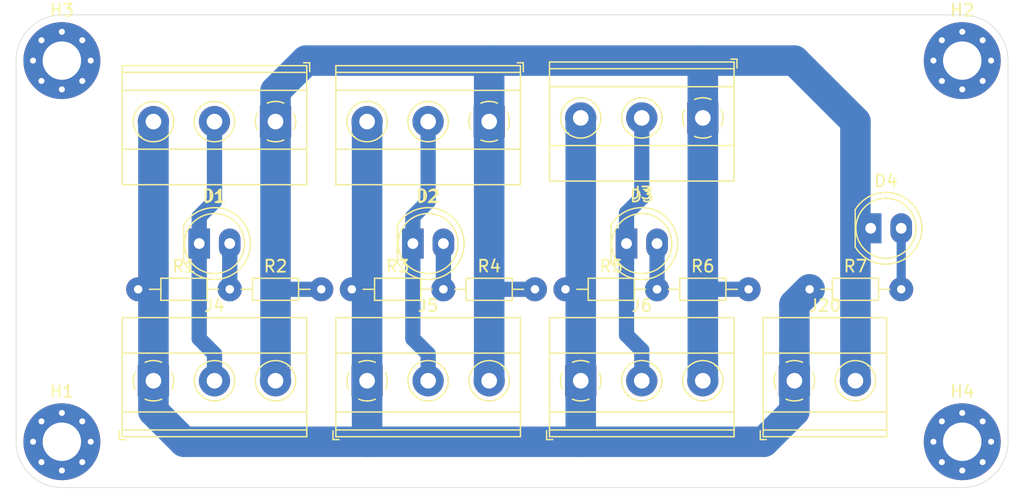
<source format=kicad_pcb>
(kicad_pcb (version 20240108) (generator "pcbnew") (generator_version "8.0")
  (layers (0 "F.Cu" signal) (31 "B.Cu" signal) (34 "B.Paste" user) (35 "F.Paste" user) (36 "B.SilkS" user "B.Silkscreen") (37 "F.SilkS" user "F.Silkscreen") (38 "B.Mask" user) (39 "F.Mask" user) (44 "Edge.Cuts" user))
  (net 0 "")
  (net 1 "Net-(J1-Pin_3)")
  (net 2 "Net-(D1-A)")
  (net 3 "Net-(D1-K)")
  (net 4 "Net-(D2-A)")
  (net 5 "Net-(D2-K)")
  (net 6 "Net-(D3-K)")
  (net 7 "Net-(D3-A)")
  (net 8 "Net-(D4-K)")
  (net 9 "Net-(D4-A)")
  (footprint "Resistor_THT:R_Axial_DIN0204_L3.6mm_D1.6mm_P7.62mm_Horizontal" (layer "F.Cu") (at 45.72 -16.51)
    (property "Reference" "R5" (at 3.81 -1.92 0) (layer "F.SilkS"))
    (property "Value" "R_Small")
    (fp_line (start 0.94 0) (end 1.89 0) (stroke (width 0.12)) (layer "F.SilkS"))
    (fp_line (start 1.89 -0.92) (end 1.89 0.92) (stroke (width 0.12)) (layer "F.SilkS"))
    (fp_line (start 1.89 0.92) (end 5.73 0.92) (stroke (width 0.12)) (layer "F.SilkS"))
    (fp_line (start 5.73 -0.92) (end 1.89 -0.92) (stroke (width 0.12)) (layer "F.SilkS"))
    (fp_line (start 5.73 0.92) (end 5.73 -0.92) (stroke (width 0.12)) (layer "F.SilkS"))
    (fp_line (start 6.68 0) (end 5.73 0) (stroke (width 0.12)) (layer "F.SilkS"))
    (pad "1" thru_hole circle (at 0 0) (size 2 2) (drill 0.7) (layers "*.Cu" "*.Mask") (net 1 "Net-(J1-Pin_3)"))
    (pad "2" thru_hole oval (at 7.62 0) (size 2 2) (drill 0.7) (layers "*.Cu" "*.Mask") (net 7 "Net-(D3-A)"))
  )
  (footprint "MountingHole:MountingHole_3.2mm_M3_Pad_Via" (layer "F.Cu") (at 78.74 -35.56)
    (property "Reference" "H2" (at 0 -4.2 0) (layer "F.SilkS"))
    (property "Value" "MountingHole")
    (pad "1" thru_hole circle (at -2.4 0) (size 0.8 0.8) (drill 0.5) (layers "*.Cu" "*.Mask"))
    (pad "1" thru_hole circle (at -1.697056 -1.697056) (size 0.8 0.8) (drill 0.5) (layers "*.Cu" "*.Mask"))
    (pad "1" thru_hole circle (at -1.697056 1.697056) (size 0.8 0.8) (drill 0.5) (layers "*.Cu" "*.Mask"))
    (pad "1" thru_hole circle (at 0 -2.4) (size 0.8 0.8) (drill 0.5) (layers "*.Cu" "*.Mask"))
    (pad "1" thru_hole circle (at 0 0) (size 6.4 6.4) (drill 3.2) (layers "*.Cu" "*.Mask"))
    (pad "1" thru_hole circle (at 0 2.4) (size 0.8 0.8) (drill 0.5) (layers "*.Cu" "*.Mask"))
    (pad "1" thru_hole circle (at 1.697056 -1.697056) (size 0.8 0.8) (drill 0.5) (layers "*.Cu" "*.Mask"))
    (pad "1" thru_hole circle (at 1.697056 1.697056) (size 0.8 0.8) (drill 0.5) (layers "*.Cu" "*.Mask"))
    (pad "1" thru_hole circle (at 2.4 0) (size 0.8 0.8) (drill 0.5) (layers "*.Cu" "*.Mask"))
  )
  (footprint "Resistor_THT:R_Axial_DIN0204_L3.6mm_D1.6mm_P7.62mm_Horizontal" (layer "F.Cu") (at 53.34 -16.51)
    (property "Reference" "R6" (at 3.81 -1.92 0) (layer "F.SilkS"))
    (property "Value" "R_Small")
    (fp_line (start 0.94 0) (end 1.89 0) (stroke (width 0.12)) (layer "F.SilkS"))
    (fp_line (start 1.89 -0.92) (end 1.89 0.92) (stroke (width 0.12)) (layer "F.SilkS"))
    (fp_line (start 1.89 0.92) (end 5.73 0.92) (stroke (width 0.12)) (layer "F.SilkS"))
    (fp_line (start 5.73 -0.92) (end 1.89 -0.92) (stroke (width 0.12)) (layer "F.SilkS"))
    (fp_line (start 5.73 0.92) (end 5.73 -0.92) (stroke (width 0.12)) (layer "F.SilkS"))
    (fp_line (start 6.68 0) (end 5.73 0) (stroke (width 0.12)) (layer "F.SilkS"))
    (pad "1" thru_hole circle (at 0 0) (size 2 2) (drill 0.7) (layers "*.Cu" "*.Mask") (net 7 "Net-(D3-A)"))
    (pad "2" thru_hole oval (at 7.62 0) (size 2 2) (drill 0.7) (layers "*.Cu" "*.Mask") (net 8 "Net-(D4-K)"))
  )
  (footprint "Resistor_THT:R_Axial_DIN0204_L3.6mm_D1.6mm_P7.62mm_Horizontal" (layer "F.Cu") (at 66.04 -16.51)
    (property "Reference" "R7" (at 3.81 -1.92 0) (layer "F.SilkS"))
    (property "Value" "R_Small")
    (fp_line (start 0.94 0) (end 1.89 0) (stroke (width 0.12)) (layer "F.SilkS"))
    (fp_line (start 1.89 -0.92) (end 1.89 0.92) (stroke (width 0.12)) (layer "F.SilkS"))
    (fp_line (start 1.89 0.92) (end 5.73 0.92) (stroke (width 0.12)) (layer "F.SilkS"))
    (fp_line (start 5.73 -0.92) (end 1.89 -0.92) (stroke (width 0.12)) (layer "F.SilkS"))
    (fp_line (start 5.73 0.92) (end 5.73 -0.92) (stroke (width 0.12)) (layer "F.SilkS"))
    (fp_line (start 6.68 0) (end 5.73 0) (stroke (width 0.12)) (layer "F.SilkS"))
    (pad "1" thru_hole circle (at 0 0) (size 2 2) (drill 0.7) (layers "*.Cu" "*.Mask") (net 1 "Net-(J1-Pin_3)"))
    (pad "2" thru_hole oval (at 7.62 0) (size 2 2) (drill 0.7) (layers "*.Cu" "*.Mask") (net 9 "Net-(D4-A)"))
  )
  (footprint "TerminalBlock_Phoenix:TerminalBlock_Phoenix_MKDS-1,5-3-5.08_1x03_P5.08mm_Horizontal" (layer "F.Cu") (at 21.59 -30.48 180)
    (property "Reference" "J1" (at 5.08 -6.26 0) (layer "F.SilkS"))
    (property "Value" "Screw_Terminal_01x03")
    (fp_line (start 12.76 -5.261) (end 12.76 4.66) (stroke (width 0.12)) (layer "F.SilkS"))
    (fp_line (start 11.435 -1.069) (end 11.388 -1.023) (stroke (width 0.12)) (layer "F.SilkS"))
    (fp_line (start 11.23 -1.275) (end 11.195 -1.239) (stroke (width 0.12)) (layer "F.SilkS"))
    (fp_line (start 9.126 1.239) (end 9.091 1.274) (stroke (width 0.12)) (layer "F.SilkS"))
    (fp_line (start 8.933 1.023) (end 8.886 1.069) (stroke (width 0.12)) (layer "F.SilkS"))
    (fp_line (start 6.355 -1.069) (end 6.308 -1.023) (stroke (width 0.12)) (layer "F.SilkS"))
    (fp_line (start 6.15 -1.275) (end 6.115 -1.239) (stroke (width 0.12)) (layer "F.SilkS"))
    (fp_line (start 4.046 1.239) (end 4.011 1.274) (stroke (width 0.12)) (layer "F.SilkS"))
    (fp_line (start 3.853 1.023) (end 3.806 1.069) (stroke (width 0.12)) (layer "F.SilkS"))
    (fp_line (start -2.6 4.66) (end 12.76 4.66) (stroke (width 0.12)) (layer "F.SilkS"))
    (fp_line (start -2.6 4.1) (end 12.76 4.1) (stroke (width 0.12)) (layer "F.SilkS"))
    (fp_line (start -2.6 2.6) (end 12.76 2.6) (stroke (width 0.12)) (layer "F.SilkS"))
    (fp_line (start -2.6 -2.301) (end 12.76 -2.301) (stroke (width 0.12)) (layer "F.SilkS"))
    (fp_line (start -2.6 -5.261) (end 12.76 -5.261) (stroke (width 0.12)) (layer "F.SilkS"))
    (fp_line (start -2.6 -5.261) (end -2.6 4.66) (stroke (width 0.12)) (layer "F.SilkS"))
    (fp_line (start -2.84 4.9) (end -2.34 4.9) (stroke (width 0.12)) (layer "F.SilkS"))
    (fp_line (start -2.84 4.16) (end -2.84 4.9) (stroke (width 0.12)) (layer "F.SilkS"))
    (fp_arc (start 1.535427 -0.683042) (mid 1.680501 0.000524) (end 1.535 0.684) (stroke (width 0.12)) (layer "F.SilkS"))
    (fp_arc (start 0.683318 1.534756) (mid 0.349292 1.643288) (end 0 1.68) (stroke (width 0.12)) (layer "F.SilkS"))
    (fp_arc (start 0.028805 1.680253) (mid -0.335551 1.646659) (end -0.684 1.535) (stroke (width 0.12)) (layer "F.SilkS"))
    (fp_arc (start -0.683042 -1.535427) (mid 0.000524 -1.680501) (end 0.684 -1.535) (stroke (width 0.12)) (layer "F.SilkS"))
    (fp_arc (start -1.535427 0.683042) (mid -1.680501 -0.000524) (end -1.535 -0.684) (stroke (width 0.12)) (layer "F.SilkS"))
    (fp_circle (center 10.16 0) (end 11.84 0) (stroke (width 0.12)) (fill none) (layer "F.SilkS"))
    (fp_circle (center 5.08 0) (end 6.76 0) (stroke (width 0.12)) (fill none) (layer "F.SilkS"))
    (pad "1" thru_hole rect (at 0 0 180) (size 2.6 2.6) (drill 1.3) (layers "*.Cu" "*.Mask") (net 8 "Net-(D4-K)"))
    (pad "2" thru_hole circle (at 5.08 0 180) (size 2.6 2.6) (drill 1.3) (layers "*.Cu" "*.Mask") (net 3 "Net-(D1-K)"))
    (pad "3" thru_hole circle (at 10.16 0 180) (size 2.6 2.6) (drill 1.3) (layers "*.Cu" "*.Mask") (net 1 "Net-(J1-Pin_3)"))
  )
  (footprint "Resistor_THT:R_Axial_DIN0204_L3.6mm_D1.6mm_P7.62mm_Horizontal" (layer "F.Cu") (at 10.16 -16.51)
    (property "Reference" "R1" (at 3.81 -1.92 0) (layer "F.SilkS"))
    (property "Value" "R_Small")
    (fp_line (start 0.94 0) (end 1.89 0) (stroke (width 0.12)) (layer "F.SilkS"))
    (fp_line (start 1.89 -0.92) (end 1.89 0.92) (stroke (width 0.12)) (layer "F.SilkS"))
    (fp_line (start 1.89 0.92) (end 5.73 0.92) (stroke (width 0.12)) (layer "F.SilkS"))
    (fp_line (start 5.73 -0.92) (end 1.89 -0.92) (stroke (width 0.12)) (layer "F.SilkS"))
    (fp_line (start 5.73 0.92) (end 5.73 -0.92) (stroke (width 0.12)) (layer "F.SilkS"))
    (fp_line (start 6.68 0) (end 5.73 0) (stroke (width 0.12)) (layer "F.SilkS"))
    (pad "1" thru_hole circle (at 0 0) (size 2 2) (drill 0.7) (layers "*.Cu" "*.Mask") (net 1 "Net-(J1-Pin_3)"))
    (pad "2" thru_hole oval (at 7.62 0) (size 2 2) (drill 0.7) (layers "*.Cu" "*.Mask") (net 2 "Net-(D1-A)"))
  )
  (footprint "Resistor_THT:R_Axial_DIN0204_L3.6mm_D1.6mm_P7.62mm_Horizontal" (layer "F.Cu") (at 35.56 -16.51)
    (property "Reference" "R4" (at 3.81 -1.92 0) (layer "F.SilkS"))
    (property "Value" "R_Small")
    (fp_line (start 0.94 0) (end 1.89 0) (stroke (width 0.12)) (layer "F.SilkS"))
    (fp_line (start 1.89 -0.92) (end 1.89 0.92) (stroke (width 0.12)) (layer "F.SilkS"))
    (fp_line (start 1.89 0.92) (end 5.73 0.92) (stroke (width 0.12)) (layer "F.SilkS"))
    (fp_line (start 5.73 -0.92) (end 1.89 -0.92) (stroke (width 0.12)) (layer "F.SilkS"))
    (fp_line (start 5.73 0.92) (end 5.73 -0.92) (stroke (width 0.12)) (layer "F.SilkS"))
    (fp_line (start 6.68 0) (end 5.73 0) (stroke (width 0.12)) (layer "F.SilkS"))
    (pad "1" thru_hole circle (at 0 0) (size 2 2) (drill 0.7) (layers "*.Cu" "*.Mask") (net 4 "Net-(D2-A)"))
    (pad "2" thru_hole circle (at 7.62 0) (size 2 2) (drill 0.7) (layers "*.Cu" "*.Mask") (net 8 "Net-(D4-K)"))
  )
  (footprint "Resistor_THT:R_Axial_DIN0204_L3.6mm_D1.6mm_P7.62mm_Horizontal" (layer "F.Cu") (at 17.78 -16.51)
    (property "Reference" "R2" (at 3.81 -1.92 0) (layer "F.SilkS"))
    (property "Value" "R_Small")
    (fp_line (start 0.94 0) (end 1.89 0) (stroke (width 0.12)) (layer "F.SilkS"))
    (fp_line (start 1.89 -0.92) (end 1.89 0.92) (stroke (width 0.12)) (layer "F.SilkS"))
    (fp_line (start 1.89 0.92) (end 5.73 0.92) (stroke (width 0.12)) (layer "F.SilkS"))
    (fp_line (start 5.73 -0.92) (end 1.89 -0.92) (stroke (width 0.12)) (layer "F.SilkS"))
    (fp_line (start 5.73 0.92) (end 5.73 -0.92) (stroke (width 0.12)) (layer "F.SilkS"))
    (fp_line (start 6.68 0) (end 5.73 0) (stroke (width 0.12)) (layer "F.SilkS"))
    (pad "1" thru_hole circle (at 0 0) (size 2 2) (drill 0.7) (layers "*.Cu" "*.Mask") (net 2 "Net-(D1-A)"))
    (pad "2" thru_hole oval (at 7.62 0) (size 2 2) (drill 0.7) (layers "*.Cu" "*.Mask") (net 8 "Net-(D4-K)"))
  )
  (footprint "TerminalBlock_Phoenix:TerminalBlock_Phoenix_MKDS-1,5-2-5.08_1x02_P5.08mm_Horizontal" (layer "F.Cu") (at 64.77 -8.89)
    (property "Reference" "J20" (at 2.54 -6.26 0) (layer "F.SilkS"))
    (property "Value" "Screw_Terminal_01x02")
    (fp_line (start -2.84 4.16) (end -2.84 4.9) (stroke (width 0.12)) (layer "F.SilkS"))
    (fp_line (start -2.84 4.9) (end -2.34 4.9) (stroke (width 0.12)) (layer "F.SilkS"))
    (fp_line (start -2.6 -5.261) (end -2.6 4.66) (stroke (width 0.12)) (layer "F.SilkS"))
    (fp_line (start -2.6 -5.261) (end 7.68 -5.261) (stroke (width 0.12)) (layer "F.SilkS"))
    (fp_line (start -2.6 -2.301) (end 7.68 -2.301) (stroke (width 0.12)) (layer "F.SilkS"))
    (fp_line (start -2.6 2.6) (end 7.68 2.6) (stroke (width 0.12)) (layer "F.SilkS"))
    (fp_line (start -2.6 4.1) (end 7.68 4.1) (stroke (width 0.12)) (layer "F.SilkS"))
    (fp_line (start -2.6 4.66) (end 7.68 4.66) (stroke (width 0.12)) (layer "F.SilkS"))
    (fp_line (start 3.853 1.023) (end 3.806 1.069) (stroke (width 0.12)) (layer "F.SilkS"))
    (fp_line (start 4.046 1.239) (end 4.011 1.274) (stroke (width 0.12)) (layer "F.SilkS"))
    (fp_line (start 6.15 -1.275) (end 6.115 -1.239) (stroke (width 0.12)) (layer "F.SilkS"))
    (fp_line (start 6.355 -1.069) (end 6.308 -1.023) (stroke (width 0.12)) (layer "F.SilkS"))
    (fp_line (start 7.68 -5.261) (end 7.68 4.66) (stroke (width 0.12)) (layer "F.SilkS"))
    (fp_arc (start -1.535427 0.683042) (mid -1.680501 -0.000524) (end -1.535 -0.684) (stroke (width 0.12)) (layer "F.SilkS"))
    (fp_arc (start -0.683042 -1.535427) (mid 0.000524 -1.680501) (end 0.684 -1.535) (stroke (width 0.12)) (layer "F.SilkS"))
    (fp_arc (start 0.028805 1.680253) (mid -0.335551 1.646659) (end -0.684 1.535) (stroke (width 0.12)) (layer "F.SilkS"))
    (fp_arc (start 0.683318 1.534756) (mid 0.349292 1.643288) (end 0 1.68) (stroke (width 0.12)) (layer "F.SilkS"))
    (fp_arc (start 1.535427 -0.683042) (mid 1.680501 0.000524) (end 1.535 0.684) (stroke (width 0.12)) (layer "F.SilkS"))
    (fp_circle (center 5.08 0) (end 6.76 0) (stroke (width 0.12)) (fill none) (layer "F.SilkS"))
    (pad "1" thru_hole rect (at 0 0) (size 2.6 2.6) (drill 1.3) (layers "*.Cu" "*.Mask") (net 1 "Net-(J1-Pin_3)"))
    (pad "2" thru_hole circle (at 5.08 0) (size 2.6 2.6) (drill 1.3) (layers "*.Cu" "*.Mask") (net 8 "Net-(D4-K)"))
  )
  (footprint "TerminalBlock_Phoenix:TerminalBlock_Phoenix_MKDS-1,5-3-5.08_1x03_P5.08mm_Horizontal" (layer "F.Cu") (at 46.99 -8.89)
    (property "Reference" "J6" (at 5.08 -6.26 0) (layer "F.SilkS"))
    (property "Value" "Screw_Terminal_01x03")
    (fp_line (start -2.84 4.16) (end -2.84 4.9) (stroke (width 0.12)) (layer "F.SilkS"))
    (fp_line (start -2.84 4.9) (end -2.34 4.9) (stroke (width 0.12)) (layer "F.SilkS"))
    (fp_line (start -2.6 -5.261) (end -2.6 4.66) (stroke (width 0.12)) (layer "F.SilkS"))
    (fp_line (start -2.6 -5.261) (end 12.76 -5.261) (stroke (width 0.12)) (layer "F.SilkS"))
    (fp_line (start -2.6 -2.301) (end 12.76 -2.301) (stroke (width 0.12)) (layer "F.SilkS"))
    (fp_line (start -2.6 2.6) (end 12.76 2.6) (stroke (width 0.12)) (layer "F.SilkS"))
    (fp_line (start -2.6 4.1) (end 12.76 4.1) (stroke (width 0.12)) (layer "F.SilkS"))
    (fp_line (start -2.6 4.66) (end 12.76 4.66) (stroke (width 0.12)) (layer "F.SilkS"))
    (fp_line (start 3.853 1.023) (end 3.806 1.069) (stroke (width 0.12)) (layer "F.SilkS"))
    (fp_line (start 4.046 1.239) (end 4.011 1.274) (stroke (width 0.12)) (layer "F.SilkS"))
    (fp_line (start 6.15 -1.275) (end 6.115 -1.239) (stroke (width 0.12)) (layer "F.SilkS"))
    (fp_line (start 6.355 -1.069) (end 6.308 -1.023) (stroke (width 0.12)) (layer "F.SilkS"))
    (fp_line (start 8.933 1.023) (end 8.886 1.069) (stroke (width 0.12)) (layer "F.SilkS"))
    (fp_line (start 9.126 1.239) (end 9.091 1.274) (stroke (width 0.12)) (layer "F.SilkS"))
    (fp_line (start 11.23 -1.275) (end 11.195 -1.239) (stroke (width 0.12)) (layer "F.SilkS"))
    (fp_line (start 11.435 -1.069) (end 11.388 -1.023) (stroke (width 0.12)) (layer "F.SilkS"))
    (fp_line (start 12.76 -5.261) (end 12.76 4.66) (stroke (width 0.12)) (layer "F.SilkS"))
    (fp_arc (start -1.535427 0.683042) (mid -1.680501 -0.000524) (end -1.535 -0.684) (stroke (width 0.12)) (layer "F.SilkS"))
    (fp_arc (start -0.683042 -1.535427) (mid 0.000524 -1.680501) (end 0.684 -1.535) (stroke (width 0.12)) (layer "F.SilkS"))
    (fp_arc (start 0.028805 1.680253) (mid -0.335551 1.646659) (end -0.684 1.535) (stroke (width 0.12)) (layer "F.SilkS"))
    (fp_arc (start 0.683318 1.534756) (mid 0.349292 1.643288) (end 0 1.68) (stroke (width 0.12)) (layer "F.SilkS"))
    (fp_arc (start 1.535427 -0.683042) (mid 1.680501 0.000524) (end 1.535 0.684) (stroke (width 0.12)) (layer "F.SilkS"))
    (fp_circle (center 5.08 0) (end 6.76 0) (stroke (width 0.12)) (fill none) (layer "F.SilkS"))
    (fp_circle (center 10.16 0) (end 11.84 0) (stroke (width 0.12)) (fill none) (layer "F.SilkS"))
    (pad "1" thru_hole rect (at 0 0) (size 2.6 2.6) (drill 1.3) (layers "*.Cu" "*.Mask") (net 1 "Net-(J1-Pin_3)"))
    (pad "2" thru_hole circle (at 5.08 0) (size 2.6 2.6) (drill 1.3) (layers "*.Cu" "*.Mask") (net 6 "Net-(D3-K)"))
    (pad "3" thru_hole circle (at 10.16 0) (size 2.6 2.6) (drill 1.3) (layers "*.Cu" "*.Mask") (net 8 "Net-(D4-K)"))
  )
  (footprint "Resistor_THT:R_Axial_DIN0204_L3.6mm_D1.6mm_P7.62mm_Horizontal" (layer "F.Cu") (at 27.94 -16.51)
    (property "Reference" "R3" (at 3.81 -1.92 0) (layer "F.SilkS"))
    (property "Value" "R_Small")
    (fp_line (start 0.94 0) (end 1.89 0) (stroke (width 0.12)) (layer "F.SilkS"))
    (fp_line (start 1.89 -0.92) (end 1.89 0.92) (stroke (width 0.12)) (layer "F.SilkS"))
    (fp_line (start 1.89 0.92) (end 5.73 0.92) (stroke (width 0.12)) (layer "F.SilkS"))
    (fp_line (start 5.73 -0.92) (end 1.89 -0.92) (stroke (width 0.12)) (layer "F.SilkS"))
    (fp_line (start 5.73 0.92) (end 5.73 -0.92) (stroke (width 0.12)) (layer "F.SilkS"))
    (fp_line (start 6.68 0) (end 5.73 0) (stroke (width 0.12)) (layer "F.SilkS"))
    (pad "1" thru_hole circle (at 0 0) (size 2 2) (drill 0.7) (layers "*.Cu" "*.Mask") (net 1 "Net-(J1-Pin_3)"))
    (pad "2" thru_hole oval (at 7.62 0) (size 2 2) (drill 0.7) (layers "*.Cu" "*.Mask") (net 4 "Net-(D2-A)"))
  )
  (footprint "TerminalBlock_Phoenix:TerminalBlock_Phoenix_MKDS-1,5-3-5.08_1x03_P5.08mm_Horizontal" (layer "F.Cu") (at 29.21 -8.89)
    (property "Reference" "J5" (at 5.08 -6.26 0) (layer "F.SilkS"))
    (property "Value" "Screw_Terminal_01x03")
    (fp_line (start -2.84 4.16) (end -2.84 4.9) (stroke (width 0.12)) (layer "F.SilkS"))
    (fp_line (start -2.84 4.9) (end -2.34 4.9) (stroke (width 0.12)) (layer "F.SilkS"))
    (fp_line (start -2.6 -5.261) (end -2.6 4.66) (stroke (width 0.12)) (layer "F.SilkS"))
    (fp_line (start -2.6 -5.261) (end 12.76 -5.261) (stroke (width 0.12)) (layer "F.SilkS"))
    (fp_line (start -2.6 -2.301) (end 12.76 -2.301) (stroke (width 0.12)) (layer "F.SilkS"))
    (fp_line (start -2.6 2.6) (end 12.76 2.6) (stroke (width 0.12)) (layer "F.SilkS"))
    (fp_line (start -2.6 4.1) (end 12.76 4.1) (stroke (width 0.12)) (layer "F.SilkS"))
    (fp_line (start -2.6 4.66) (end 12.76 4.66) (stroke (width 0.12)) (layer "F.SilkS"))
    (fp_line (start 3.853 1.023) (end 3.806 1.069) (stroke (width 0.12)) (layer "F.SilkS"))
    (fp_line (start 4.046 1.239) (end 4.011 1.274) (stroke (width 0.12)) (layer "F.SilkS"))
    (fp_line (start 6.15 -1.275) (end 6.115 -1.239) (stroke (width 0.12)) (layer "F.SilkS"))
    (fp_line (start 6.355 -1.069) (end 6.308 -1.023) (stroke (width 0.12)) (layer "F.SilkS"))
    (fp_line (start 8.933 1.023) (end 8.886 1.069) (stroke (width 0.12)) (layer "F.SilkS"))
    (fp_line (start 9.126 1.239) (end 9.091 1.274) (stroke (width 0.12)) (layer "F.SilkS"))
    (fp_line (start 11.23 -1.275) (end 11.195 -1.239) (stroke (width 0.12)) (layer "F.SilkS"))
    (fp_line (start 11.435 -1.069) (end 11.388 -1.023) (stroke (width 0.12)) (layer "F.SilkS"))
    (fp_line (start 12.76 -5.261) (end 12.76 4.66) (stroke (width 0.12)) (layer "F.SilkS"))
    (fp_arc (start -1.535427 0.683042) (mid -1.680501 -0.000524) (end -1.535 -0.684) (stroke (width 0.12)) (layer "F.SilkS"))
    (fp_arc (start -0.683042 -1.535427) (mid 0.000524 -1.680501) (end 0.684 -1.535) (stroke (width 0.12)) (layer "F.SilkS"))
    (fp_arc (start 0.028805 1.680253) (mid -0.335551 1.646659) (end -0.684 1.535) (stroke (width 0.12)) (layer "F.SilkS"))
    (fp_arc (start 0.683318 1.534756) (mid 0.349292 1.643288) (end 0 1.68) (stroke (width 0.12)) (layer "F.SilkS"))
    (fp_arc (start 1.535427 -0.683042) (mid 1.680501 0.000524) (end 1.535 0.684) (stroke (width 0.12)) (layer "F.SilkS"))
    (fp_circle (center 5.08 0) (end 6.76 0) (stroke (width 0.12)) (fill none) (layer "F.SilkS"))
    (fp_circle (center 10.16 0) (end 11.84 0) (stroke (width 0.12)) (fill none) (layer "F.SilkS"))
    (pad "1" thru_hole rect (at 0 0) (size 2.6 2.6) (drill 1.3) (layers "*.Cu" "*.Mask") (net 1 "Net-(J1-Pin_3)"))
    (pad "2" thru_hole circle (at 5.08 0) (size 2.6 2.6) (drill 1.3) (layers "*.Cu" "*.Mask") (net 5 "Net-(D2-K)"))
    (pad "3" thru_hole circle (at 10.16 0) (size 2.6 2.6) (drill 1.3) (layers "*.Cu" "*.Mask") (net 8 "Net-(D4-K)"))
  )
  (footprint "LED_THT:LED_D5.0mm" (layer "F.Cu") (at 33.02 -20.32)
    (property "Reference" "D2" (at 1.27 -3.96 0) (layer "F.SilkS"))
    (property "Value" "LED")
    (fp_line (start -1.29 -1.545) (end -1.29 1.545) (stroke (width 0.12)) (layer "F.SilkS"))
    (fp_arc (start -1.29 -1.54483) (mid 2.072002 -2.880433) (end 4.26 0.000462) (stroke (width 0.12)) (layer "F.SilkS"))
    (fp_arc (start 4.26 -0.000462) (mid 2.072002 2.880433) (end -1.29 1.54483) (stroke (width 0.12)) (layer "F.SilkS"))
    (fp_circle (center 1.27 0) (end 3.77 0) (stroke (width 0.12)) (fill none) (layer "F.SilkS"))
    (pad "1" thru_hole rect (at 0 0) (size 1.8 2.5) (drill 0.9) (layers "*.Cu" "*.Mask") (net 5 "Net-(D2-K)"))
    (pad "2" thru_hole oval (at 2.54 0) (size 1.8 2.5) (drill 0.9) (layers "*.Cu" "*.Mask") (net 4 "Net-(D2-A)"))
  )
  (footprint "LED_THT:LED_D5.0mm" (layer "F.Cu") (at 15.24 -20.32)
    (property "Reference" "D1" (at 1.27 -3.96 0) (layer "F.SilkS"))
    (property "Value" "LED")
    (fp_line (start -1.29 -1.545) (end -1.29 1.545) (stroke (width 0.12)) (layer "F.SilkS"))
    (fp_arc (start -1.29 -1.54483) (mid 2.072002 -2.880433) (end 4.26 0.000462) (stroke (width 0.12)) (layer "F.SilkS"))
    (fp_arc (start 4.26 -0.000462) (mid 2.072002 2.880433) (end -1.29 1.54483) (stroke (width 0.12)) (layer "F.SilkS"))
    (fp_circle (center 1.27 0) (end 3.77 0) (stroke (width 0.12)) (fill none) (layer "F.SilkS"))
    (pad "1" thru_hole rect (at 0 0) (size 1.8 2.5) (drill 0.9) (layers "*.Cu" "*.Mask") (net 3 "Net-(D1-K)"))
    (pad "2" thru_hole oval (at 2.54 0) (size 1.8 2.5) (drill 0.9) (layers "*.Cu" "*.Mask") (net 2 "Net-(D1-A)"))
  )
  (footprint "MountingHole:MountingHole_3.2mm_M3_Pad_Via" (layer "F.Cu") (at 78.74 -3.81)
    (property "Reference" "H4" (at 0 -4.2 0) (layer "F.SilkS"))
    (property "Value" "MountingHole")
    (pad "1" thru_hole circle (at -2.4 0) (size 0.8 0.8) (drill 0.5) (layers "*.Cu" "*.Mask"))
    (pad "1" thru_hole circle (at -1.697056 -1.697056) (size 0.8 0.8) (drill 0.5) (layers "*.Cu" "*.Mask"))
    (pad "1" thru_hole circle (at -1.697056 1.697056) (size 0.8 0.8) (drill 0.5) (layers "*.Cu" "*.Mask"))
    (pad "1" thru_hole circle (at 0 -2.4) (size 0.8 0.8) (drill 0.5) (layers "*.Cu" "*.Mask"))
    (pad "1" thru_hole circle (at 0 0) (size 6.4 6.4) (drill 3.2) (layers "*.Cu" "*.Mask"))
    (pad "1" thru_hole circle (at 0 2.4) (size 0.8 0.8) (drill 0.5) (layers "*.Cu" "*.Mask"))
    (pad "1" thru_hole circle (at 1.697056 -1.697056) (size 0.8 0.8) (drill 0.5) (layers "*.Cu" "*.Mask"))
    (pad "1" thru_hole circle (at 1.697056 1.697056) (size 0.8 0.8) (drill 0.5) (layers "*.Cu" "*.Mask"))
    (pad "1" thru_hole circle (at 2.4 0) (size 0.8 0.8) (drill 0.5) (layers "*.Cu" "*.Mask"))
  )
  (footprint "LED_THT:LED_D5.0mm" (layer "F.Cu") (at 50.8 -20.32)
    (property "Reference" "D3" (at 1.27 -3.96 0) (layer "F.SilkS"))
    (property "Value" "LED")
    (fp_line (start -1.29 -1.545) (end -1.29 1.545) (stroke (width 0.12)) (layer "F.SilkS"))
    (fp_arc (start -1.29 -1.54483) (mid 2.072002 -2.880433) (end 4.26 0.000462) (stroke (width 0.12)) (layer "F.SilkS"))
    (fp_arc (start 4.26 -0.000462) (mid 2.072002 2.880433) (end -1.29 1.54483) (stroke (width 0.12)) (layer "F.SilkS"))
    (fp_circle (center 1.27 0) (end 3.77 0) (stroke (width 0.12)) (fill none) (layer "F.SilkS"))
    (pad "1" thru_hole rect (at 0 0) (size 1.8 2.5) (drill 0.9) (layers "*.Cu" "*.Mask") (net 6 "Net-(D3-K)"))
    (pad "2" thru_hole oval (at 2.54 0) (size 1.8 2.5) (drill 0.9) (layers "*.Cu" "*.Mask") (net 7 "Net-(D3-A)"))
  )
  (footprint "TerminalBlock_Phoenix:TerminalBlock_Phoenix_MKDS-1,5-3-5.08_1x03_P5.08mm_Horizontal" (layer "F.Cu") (at 57.15 -30.785 180)
    (property "Reference" "J3" (at 5.08 -6.26 0) (layer "F.SilkS"))
    (property "Value" "Screw_Terminal_01x03")
    (fp_line (start 12.76 -5.261) (end 12.76 4.66) (stroke (width 0.12)) (layer "F.SilkS"))
    (fp_line (start 11.435 -1.069) (end 11.388 -1.023) (stroke (width 0.12)) (layer "F.SilkS"))
    (fp_line (start 11.23 -1.275) (end 11.195 -1.239) (stroke (width 0.12)) (layer "F.SilkS"))
    (fp_line (start 9.126 1.239) (end 9.091 1.274) (stroke (width 0.12)) (layer "F.SilkS"))
    (fp_line (start 8.933 1.023) (end 8.886 1.069) (stroke (width 0.12)) (layer "F.SilkS"))
    (fp_line (start 6.355 -1.069) (end 6.308 -1.023) (stroke (width 0.12)) (layer "F.SilkS"))
    (fp_line (start 6.15 -1.275) (end 6.115 -1.239) (stroke (width 0.12)) (layer "F.SilkS"))
    (fp_line (start 4.046 1.239) (end 4.011 1.274) (stroke (width 0.12)) (layer "F.SilkS"))
    (fp_line (start 3.853 1.023) (end 3.806 1.069) (stroke (width 0.12)) (layer "F.SilkS"))
    (fp_line (start -2.6 4.66) (end 12.76 4.66) (stroke (width 0.12)) (layer "F.SilkS"))
    (fp_line (start -2.6 4.1) (end 12.76 4.1) (stroke (width 0.12)) (layer "F.SilkS"))
    (fp_line (start -2.6 2.6) (end 12.76 2.6) (stroke (width 0.12)) (layer "F.SilkS"))
    (fp_line (start -2.6 -2.301) (end 12.76 -2.301) (stroke (width 0.12)) (layer "F.SilkS"))
    (fp_line (start -2.6 -5.261) (end 12.76 -5.261) (stroke (width 0.12)) (layer "F.SilkS"))
    (fp_line (start -2.6 -5.261) (end -2.6 4.66) (stroke (width 0.12)) (layer "F.SilkS"))
    (fp_line (start -2.84 4.9) (end -2.34 4.9) (stroke (width 0.12)) (layer "F.SilkS"))
    (fp_line (start -2.84 4.16) (end -2.84 4.9) (stroke (width 0.12)) (layer "F.SilkS"))
    (fp_arc (start 1.535427 -0.683042) (mid 1.680501 0.000524) (end 1.535 0.684) (stroke (width 0.12)) (layer "F.SilkS"))
    (fp_arc (start 0.683318 1.534756) (mid 0.349292 1.643288) (end 0 1.68) (stroke (width 0.12)) (layer "F.SilkS"))
    (fp_arc (start 0.028805 1.680253) (mid -0.335551 1.646659) (end -0.684 1.535) (stroke (width 0.12)) (layer "F.SilkS"))
    (fp_arc (start -0.683042 -1.535427) (mid 0.000524 -1.680501) (end 0.684 -1.535) (stroke (width 0.12)) (layer "F.SilkS"))
    (fp_arc (start -1.535427 0.683042) (mid -1.680501 -0.000524) (end -1.535 -0.684) (stroke (width 0.12)) (layer "F.SilkS"))
    (fp_circle (center 10.16 0) (end 11.84 0) (stroke (width 0.12)) (fill none) (layer "F.SilkS"))
    (fp_circle (center 5.08 0) (end 6.76 0) (stroke (width 0.12)) (fill none) (layer "F.SilkS"))
    (pad "1" thru_hole rect (at 0 0 180) (size 2.6 2.6) (drill 1.3) (layers "*.Cu" "*.Mask") (net 8 "Net-(D4-K)"))
    (pad "2" thru_hole circle (at 5.08 0 180) (size 2.6 2.6) (drill 1.3) (layers "*.Cu" "*.Mask") (net 6 "Net-(D3-K)"))
    (pad "3" thru_hole circle (at 10.16 0 180) (size 2.6 2.6) (drill 1.3) (layers "*.Cu" "*.Mask") (net 1 "Net-(J1-Pin_3)"))
  )
  (footprint "TerminalBlock_Phoenix:TerminalBlock_Phoenix_MKDS-1,5-3-5.08_1x03_P5.08mm_Horizontal" (layer "F.Cu") (at 39.37 -30.48 180)
    (property "Reference" "J2" (at 5.08 -6.26 0) (layer "F.SilkS"))
    (property "Value" "Screw_Terminal_01x03")
    (fp_line (start 12.76 -5.261) (end 12.76 4.66) (stroke (width 0.12)) (layer "F.SilkS"))
    (fp_line (start 11.435 -1.069) (end 11.388 -1.023) (stroke (width 0.12)) (layer "F.SilkS"))
    (fp_line (start 11.23 -1.275) (end 11.195 -1.239) (stroke (width 0.12)) (layer "F.SilkS"))
    (fp_line (start 9.126 1.239) (end 9.091 1.274) (stroke (width 0.12)) (layer "F.SilkS"))
    (fp_line (start 8.933 1.023) (end 8.886 1.069) (stroke (width 0.12)) (layer "F.SilkS"))
    (fp_line (start 6.355 -1.069) (end 6.308 -1.023) (stroke (width 0.12)) (layer "F.SilkS"))
    (fp_line (start 6.15 -1.275) (end 6.115 -1.239) (stroke (width 0.12)) (layer "F.SilkS"))
    (fp_line (start 4.046 1.239) (end 4.011 1.274) (stroke (width 0.12)) (layer "F.SilkS"))
    (fp_line (start 3.853 1.023) (end 3.806 1.069) (stroke (width 0.12)) (layer "F.SilkS"))
    (fp_line (start -2.6 4.66) (end 12.76 4.66) (stroke (width 0.12)) (layer "F.SilkS"))
    (fp_line (start -2.6 4.1) (end 12.76 4.1) (stroke (width 0.12)) (layer "F.SilkS"))
    (fp_line (start -2.6 2.6) (end 12.76 2.6) (stroke (width 0.12)) (layer "F.SilkS"))
    (fp_line (start -2.6 -2.301) (end 12.76 -2.301) (stroke (width 0.12)) (layer "F.SilkS"))
    (fp_line (start -2.6 -5.261) (end 12.76 -5.261) (stroke (width 0.12)) (layer "F.SilkS"))
    (fp_line (start -2.6 -5.261) (end -2.6 4.66) (stroke (width 0.12)) (layer "F.SilkS"))
    (fp_line (start -2.84 4.9) (end -2.34 4.9) (stroke (width 0.12)) (layer "F.SilkS"))
    (fp_line (start -2.84 4.16) (end -2.84 4.9) (stroke (width 0.12)) (layer "F.SilkS"))
    (fp_arc (start 1.535427 -0.683042) (mid 1.680501 0.000524) (end 1.535 0.684) (stroke (width 0.12)) (layer "F.SilkS"))
    (fp_arc (start 0.683318 1.534756) (mid 0.349292 1.643288) (end 0 1.68) (stroke (width 0.12)) (layer "F.SilkS"))
    (fp_arc (start 0.028805 1.680253) (mid -0.335551 1.646659) (end -0.684 1.535) (stroke (width 0.12)) (layer "F.SilkS"))
    (fp_arc (start -0.683042 -1.535427) (mid 0.000524 -1.680501) (end 0.684 -1.535) (stroke (width 0.12)) (layer "F.SilkS"))
    (fp_arc (start -1.535427 0.683042) (mid -1.680501 -0.000524) (end -1.535 -0.684) (stroke (width 0.12)) (layer "F.SilkS"))
    (fp_circle (center 10.16 0) (end 11.84 0) (stroke (width 0.12)) (fill none) (layer "F.SilkS"))
    (fp_circle (center 5.08 0) (end 6.76 0) (stroke (width 0.12)) (fill none) (layer "F.SilkS"))
    (pad "1" thru_hole rect (at 0 0 180) (size 2.6 2.6) (drill 1.3) (layers "*.Cu" "*.Mask") (net 8 "Net-(D4-K)"))
    (pad "2" thru_hole circle (at 5.08 0 180) (size 2.6 2.6) (drill 1.3) (layers "*.Cu" "*.Mask") (net 5 "Net-(D2-K)"))
    (pad "3" thru_hole circle (at 10.16 0 180) (size 2.6 2.6) (drill 1.3) (layers "*.Cu" "*.Mask") (net 1 "Net-(J1-Pin_3)"))
  )
  (footprint "MountingHole:MountingHole_3.2mm_M3_Pad_Via" (layer "F.Cu") (at 3.81 -3.81)
    (property "Reference" "H1" (at 0 -4.2 0) (layer "F.SilkS"))
    (property "Value" "MountingHole")
    (pad "1" thru_hole circle (at -2.4 0) (size 0.8 0.8) (drill 0.5) (layers "*.Cu" "*.Mask"))
    (pad "1" thru_hole circle (at -1.697056 -1.697056) (size 0.8 0.8) (drill 0.5) (layers "*.Cu" "*.Mask"))
    (pad "1" thru_hole circle (at -1.697056 1.697056) (size 0.8 0.8) (drill 0.5) (layers "*.Cu" "*.Mask"))
    (pad "1" thru_hole circle (at 0 -2.4) (size 0.8 0.8) (drill 0.5) (layers "*.Cu" "*.Mask"))
    (pad "1" thru_hole circle (at 0 0) (size 6.4 6.4) (drill 3.2) (layers "*.Cu" "*.Mask"))
    (pad "1" thru_hole circle (at 0 2.4) (size 0.8 0.8) (drill 0.5) (layers "*.Cu" "*.Mask"))
    (pad "1" thru_hole circle (at 1.697056 -1.697056) (size 0.8 0.8) (drill 0.5) (layers "*.Cu" "*.Mask"))
    (pad "1" thru_hole circle (at 1.697056 1.697056) (size 0.8 0.8) (drill 0.5) (layers "*.Cu" "*.Mask"))
    (pad "1" thru_hole circle (at 2.4 0) (size 0.8 0.8) (drill 0.5) (layers "*.Cu" "*.Mask"))
  )
  (footprint "MountingHole:MountingHole_3.2mm_M3_Pad_Via" (layer "F.Cu") (at 3.81 -35.56)
    (property "Reference" "H3" (at 0 -4.2 0) (layer "F.SilkS"))
    (property "Value" "MountingHole")
    (pad "1" thru_hole circle (at -2.4 0) (size 0.8 0.8) (drill 0.5) (layers "*.Cu" "*.Mask"))
    (pad "1" thru_hole circle (at -1.697056 -1.697056) (size 0.8 0.8) (drill 0.5) (layers "*.Cu" "*.Mask"))
    (pad "1" thru_hole circle (at -1.697056 1.697056) (size 0.8 0.8) (drill 0.5) (layers "*.Cu" "*.Mask"))
    (pad "1" thru_hole circle (at 0 -2.4) (size 0.8 0.8) (drill 0.5) (layers "*.Cu" "*.Mask"))
    (pad "1" thru_hole circle (at 0 0) (size 6.4 6.4) (drill 3.2) (layers "*.Cu" "*.Mask"))
    (pad "1" thru_hole circle (at 0 2.4) (size 0.8 0.8) (drill 0.5) (layers "*.Cu" "*.Mask"))
    (pad "1" thru_hole circle (at 1.697056 -1.697056) (size 0.8 0.8) (drill 0.5) (layers "*.Cu" "*.Mask"))
    (pad "1" thru_hole circle (at 1.697056 1.697056) (size 0.8 0.8) (drill 0.5) (layers "*.Cu" "*.Mask"))
    (pad "1" thru_hole circle (at 2.4 0) (size 0.8 0.8) (drill 0.5) (layers "*.Cu" "*.Mask"))
  )
  (footprint "TerminalBlock_Phoenix:TerminalBlock_Phoenix_MKDS-1,5-3-5.08_1x03_P5.08mm_Horizontal" (layer "F.Cu") (at 11.43 -8.89)
    (property "Reference" "J4" (at 5.08 -6.26 0) (layer "F.SilkS"))
    (property "Value" "Screw_Terminal_01x03")
    (fp_line (start -2.84 4.16) (end -2.84 4.9) (stroke (width 0.12)) (layer "F.SilkS"))
    (fp_line (start -2.84 4.9) (end -2.34 4.9) (stroke (width 0.12)) (layer "F.SilkS"))
    (fp_line (start -2.6 -5.261) (end -2.6 4.66) (stroke (width 0.12)) (layer "F.SilkS"))
    (fp_line (start -2.6 -5.261) (end 12.76 -5.261) (stroke (width 0.12)) (layer "F.SilkS"))
    (fp_line (start -2.6 -2.301) (end 12.76 -2.301) (stroke (width 0.12)) (layer "F.SilkS"))
    (fp_line (start -2.6 2.6) (end 12.76 2.6) (stroke (width 0.12)) (layer "F.SilkS"))
    (fp_line (start -2.6 4.1) (end 12.76 4.1) (stroke (width 0.12)) (layer "F.SilkS"))
    (fp_line (start -2.6 4.66) (end 12.76 4.66) (stroke (width 0.12)) (layer "F.SilkS"))
    (fp_line (start 3.853 1.023) (end 3.806 1.069) (stroke (width 0.12)) (layer "F.SilkS"))
    (fp_line (start 4.046 1.239) (end 4.011 1.274) (stroke (width 0.12)) (layer "F.SilkS"))
    (fp_line (start 6.15 -1.275) (end 6.115 -1.239) (stroke (width 0.12)) (layer "F.SilkS"))
    (fp_line (start 6.355 -1.069) (end 6.308 -1.023) (stroke (width 0.12)) (layer "F.SilkS"))
    (fp_line (start 8.933 1.023) (end 8.886 1.069) (stroke (width 0.12)) (layer "F.SilkS"))
    (fp_line (start 9.126 1.239) (end 9.091 1.274) (stroke (width 0.12)) (layer "F.SilkS"))
    (fp_line (start 11.23 -1.275) (end 11.195 -1.239) (stroke (width 0.12)) (layer "F.SilkS"))
    (fp_line (start 11.435 -1.069) (end 11.388 -1.023) (stroke (width 0.12)) (layer "F.SilkS"))
    (fp_line (start 12.76 -5.261) (end 12.76 4.66) (stroke (width 0.12)) (layer "F.SilkS"))
    (fp_arc (start -1.535427 0.683042) (mid -1.680501 -0.000524) (end -1.535 -0.684) (stroke (width 0.12)) (layer "F.SilkS"))
    (fp_arc (start -0.683042 -1.535427) (mid 0.000524 -1.680501) (end 0.684 -1.535) (stroke (width 0.12)) (layer "F.SilkS"))
    (fp_arc (start 0.028805 1.680253) (mid -0.335551 1.646659) (end -0.684 1.535) (stroke (width 0.12)) (layer "F.SilkS"))
    (fp_arc (start 0.683318 1.534756) (mid 0.349292 1.643288) (end 0 1.68) (stroke (width 0.12)) (layer "F.SilkS"))
    (fp_arc (start 1.535427 -0.683042) (mid 1.680501 0.000524) (end 1.535 0.684) (stroke (width 0.12)) (layer "F.SilkS"))
    (fp_circle (center 5.08 0) (end 6.76 0) (stroke (width 0.12)) (fill none) (layer "F.SilkS"))
    (fp_circle (center 10.16 0) (end 11.84 0) (stroke (width 0.12)) (fill none) (layer "F.SilkS"))
    (pad "1" thru_hole rect (at 0 0) (size 2.6 2.6) (drill 1.3) (layers "*.Cu" "*.Mask") (net 1 "Net-(J1-Pin_3)"))
    (pad "2" thru_hole circle (at 5.08 0) (size 2.6 2.6) (drill 1.3) (layers "*.Cu" "*.Mask") (net 3 "Net-(D1-K)"))
    (pad "3" thru_hole circle (at 10.16 0) (size 2.6 2.6) (drill 1.3) (layers "*.Cu" "*.Mask") (net 8 "Net-(D4-K)"))
  )
  (footprint "LED_THT:LED_D5.0mm" (layer "F.Cu") (at 71.12 -21.59)
    (property "Reference" "D4" (at 1.27 -3.96 0) (layer "F.SilkS"))
    (property "Value" "LED")
    (fp_line (start -1.29 -1.545) (end -1.29 1.545) (stroke (width 0.12)) (layer "F.SilkS"))
    (fp_arc (start -1.29 -1.54483) (mid 2.072002 -2.880433) (end 4.26 0.000462) (stroke (width 0.12)) (layer "F.SilkS"))
    (fp_arc (start 4.26 -0.000462) (mid 2.072002 2.880433) (end -1.29 1.54483) (stroke (width 0.12)) (layer "F.SilkS"))
    (fp_circle (center 1.27 0) (end 3.77 0) (stroke (width 0.12)) (fill none) (layer "F.SilkS"))
    (pad "1" thru_hole rect (at 0 0) (size 1.8 2.5) (drill 0.9) (layers "*.Cu" "*.Mask") (net 8 "Net-(D4-K)"))
    (pad "2" thru_hole oval (at 2.54 0) (size 1.8 2.5) (drill 0.9) (layers "*.Cu" "*.Mask") (net 9 "Net-(D4-A)"))
  )
  (gr_line (start 78.74 -39.37) (end 3.81 -39.37) (stroke (width 0.05)) (layer "Edge.Cuts"))
  (gr_line (start 3.81 0) (end 78.74 0) (stroke (width 0.05)) (layer "Edge.Cuts"))
  (gr_arc (start 3.81 0) (mid 1.115923 -1.115923) (end 0 -3.81) (stroke (width 0.05)) (layer "Edge.Cuts"))
  (gr_arc (start 82.55 -3.81) (mid 81.434077 -1.115923) (end 78.74 0) (stroke (width 0.05)) (layer "Edge.Cuts"))
  (gr_line (start 0 -35.56) (end 0 -3.81) (stroke (width 0.05)) (layer "Edge.Cuts"))
  (gr_arc (start 0 -35.56) (mid 1.115923 -38.254077) (end 3.81 -39.37) (stroke (width 0.05)) (layer "Edge.Cuts"))
  (gr_line (start 82.55 -3.81) (end 82.55 -35.56) (stroke (width 0.05)) (layer "Edge.Cuts"))
  (gr_arc (start 78.74 -39.37) (mid 81.434077 -38.254077) (end 82.55 -35.56) (stroke (width 0.05)) (layer "Edge.Cuts"))
  (segment (start 46.99 -8.89) (end 46.99 -3.81) (width 2.54) (layer "B.Cu") (net 1))
  (segment (start 29.21 -3.81) (end 46.99 -3.81) (width 2.54) (layer "B.Cu") (net 1))
  (segment (start 11.43 -6.35) (end 11.43 -8.89) (width 2.54) (layer "B.Cu") (net 1))
  (segment (start 64.77 -8.89) (end 64.77 -11.43) (width 2.54) (layer "B.Cu") (net 1))
  (segment (start 13.97 -3.81) (end 11.43 -6.35) (width 2.54) (layer "B.Cu") (net 1))
  (segment (start 64.77 -11.43) (end 64.77 -15.24) (width 2.54) (layer "B.Cu") (net 1))
  (segment (start 11.43 -8.89) (end 11.43 -30.48) (width 2.54) (layer "B.Cu") (net 1))
  (segment (start 29.21 -3.81) (end 13.97 -3.81) (width 2.54) (layer "B.Cu") (net 1))
  (segment (start 64.77 -15.24) (end 66.04 -16.51) (width 2.54) (layer "B.Cu") (net 1))
  (segment (start 62.23 -3.81) (end 64.77 -6.35) (width 2.54) (layer "B.Cu") (net 1))
  (segment (start 46.99 -3.81) (end 62.23 -3.81) (width 2.54) (layer "B.Cu") (net 1))
  (segment (start 29.21 -8.89) (end 29.21 -3.81) (width 2.54) (layer "B.Cu") (net 1))
  (segment (start 64.77 -6.35) (end 64.77 -8.89) (width 2.54) (layer "B.Cu") (net 1))
  (segment (start 29.21 -8.89) (end 29.21 -30.48) (width 2.54) (layer "B.Cu") (net 1))
  (segment (start 46.99 -8.89) (end 46.99 -30.785) (width 2.54) (layer "B.Cu") (net 1))
  (segment (start 17.78 -20.32) (end 17.78 -16.51) (width 1.27) (layer "B.Cu") (net 2))
  (segment (start 15.24 -20.015) (end 15.24 -12.395) (width 1.27) (layer "B.Cu") (net 3))
  (segment (start 16.51 -23.825) (end 15.24 -22.555) (width 1.27) (layer "B.Cu") (net 3))
  (segment (start 15.24 -22.555) (end 15.24 -20.015) (width 1.27) (layer "B.Cu") (net 3))
  (segment (start 15.24 -12.395) (end 16.51 -11.125) (width 1.27) (layer "B.Cu") (net 3))
  (segment (start 16.51 -11.125) (end 16.51 -8.585) (width 1.27) (layer "B.Cu") (net 3))
  (segment (start 16.51 -30.48) (end 16.51 -23.825) (width 1.27) (layer "B.Cu") (net 3))
  (segment (start 35.56 -20.32) (end 35.56 -16.51) (width 1.27) (layer "B.Cu") (net 4))
  (segment (start 34.29 -30.48) (end 34.29 -23.825) (width 1.27) (layer "B.Cu") (net 5))
  (segment (start 33.02 -12.395) (end 34.29 -11.125) (width 1.27) (layer "B.Cu") (net 5))
  (segment (start 33.02 -20.015) (end 33.02 -12.395) (width 1.27) (layer "B.Cu") (net 5))
  (segment (start 33.02 -22.555) (end 33.02 -20.015) (width 1.27) (layer "B.Cu") (net 5))
  (segment (start 34.29 -23.825) (end 33.02 -22.555) (width 1.27) (layer "B.Cu") (net 5))
  (segment (start 34.29 -11.125) (end 34.29 -8.585) (width 1.27) (layer "B.Cu") (net 5))
  (segment (start 50.8 -22.86) (end 50.8 -20.32) (width 1.27) (layer "B.Cu") (net 6))
  (segment (start 52.07 -24.13) (end 50.8 -22.86) (width 1.27) (layer "B.Cu") (net 6))
  (segment (start 50.8 -20.32) (end 50.8 -12.7) (width 1.27) (layer "B.Cu") (net 6))
  (segment (start 50.8 -12.7) (end 52.07 -11.43) (width 1.27) (layer "B.Cu") (net 6))
  (segment (start 52.07 -30.785) (end 52.07 -24.13) (width 1.27) (layer "B.Cu") (net 6))
  (segment (start 52.07 -11.43) (end 52.07 -8.89) (width 1.27) (layer "B.Cu") (net 6))
  (segment (start 53.34 -20.32) (end 53.34 -16.51) (width 1.27) (layer "B.Cu") (net 7))
  (segment (start 21.59 -33.02) (end 24.13 -35.56) (width 2.54) (layer "B.Cu") (net 8))
  (segment (start 39.37 -35.56) (end 39.37 -30.48) (width 2.54) (layer "B.Cu") (net 8))
  (segment (start 21.59 -30.48) (end 21.59 -33.02) (width 2.54) (layer "B.Cu") (net 8))
  (segment (start 57.15 -30.785) (end 57.15 -8.89) (width 2.54) (layer "B.Cu") (net 8))
  (segment (start 69.85 -30.48) (end 69.85 -8.89) (width 2.54) (layer "B.Cu") (net 8))
  (segment (start 64.77 -35.56) (end 69.85 -30.48) (width 2.54) (layer "B.Cu") (net 8))
  (segment (start 57.15 -35.56) (end 57.15 -30.48) (width 2.54) (layer "B.Cu") (net 8))
  (segment (start 24.13 -35.56) (end 64.77 -35.56) (width 2.54) (layer "B.Cu") (net 8))
  (segment (start 21.59 -30.48) (end 21.59 -8.89) (width 2.54) (layer "B.Cu") (net 8))
  (segment (start 39.37 -8.89) (end 39.37 -16.51) (width 2.54) (layer "B.Cu") (net 8))
  (segment (start 39.37 -16.51) (end 39.37 -30.48) (width 2.54) (layer "B.Cu") (net 8))
  (segment (start 25.4 -16.51) (end 21.59 -16.51) (width 1.27) (layer "B.Cu") (net 8))
  (segment (start 60.96 -16.51) (end 57.15 -16.51) (width 1.27) (layer "B.Cu") (net 8))
  (segment (start 43.18 -16.51) (end 39.37 -16.51) (width 1.27) (layer "B.Cu") (net 8))
  (segment (start 73.66 -21.59) (end 73.66 -16.51) (width 0.762) (layer "B.Cu") (net 9))
)
</source>
